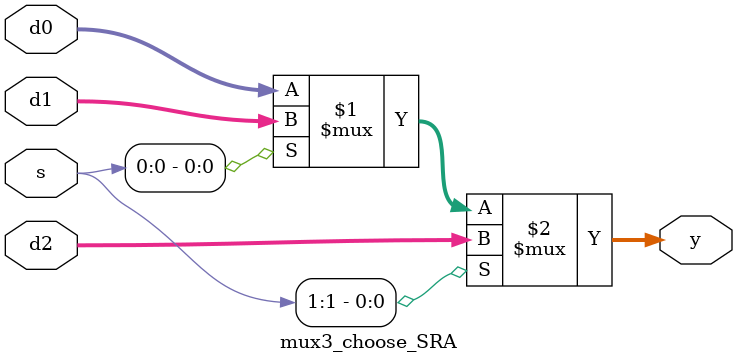
<source format=sv>
 module mux3_choose_SRA #(parameter WIDTH = 8)
                     (input    logic [WIDTH-1:0] d0, d1, d2,
                        input    logic [1:0]             s,
                        output logic [WIDTH-1:0] y);
     assign y = s[1] ? d2 : (s[0] ? d1 : d0);
 endmodule
</source>
